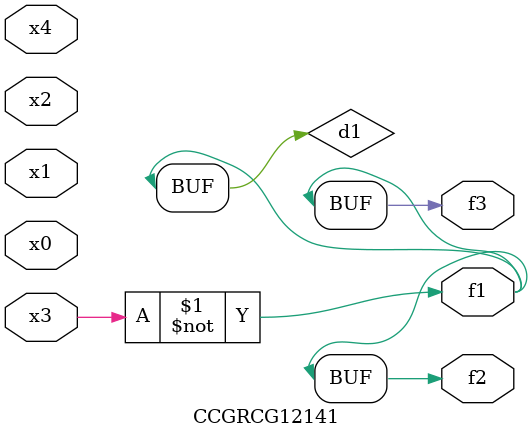
<source format=v>
module CCGRCG12141(
	input x0, x1, x2, x3, x4,
	output f1, f2, f3
);

	wire d1, d2;

	xnor (d1, x3);
	not (d2, x1);
	assign f1 = d1;
	assign f2 = d1;
	assign f3 = d1;
endmodule

</source>
